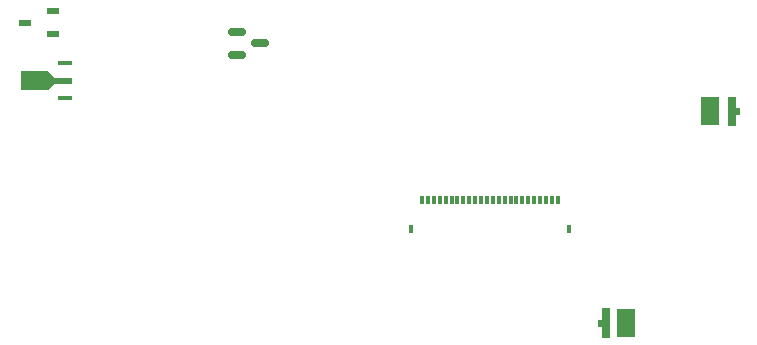
<source format=gtp>
G04 #@! TF.GenerationSoftware,KiCad,Pcbnew,9.0.5*
G04 #@! TF.CreationDate,2025-11-10T02:59:24-08:00*
G04 #@! TF.ProjectId,zotbins_2025_wrover_pcb,7a6f7462-696e-4735-9f32-3032355f7772,rev?*
G04 #@! TF.SameCoordinates,Original*
G04 #@! TF.FileFunction,Paste,Top*
G04 #@! TF.FilePolarity,Positive*
%FSLAX46Y46*%
G04 Gerber Fmt 4.6, Leading zero omitted, Abs format (unit mm)*
G04 Created by KiCad (PCBNEW 9.0.5) date 2025-11-10 02:59:24*
%MOMM*%
%LPD*%
G01*
G04 APERTURE LIST*
G04 Aperture macros list*
%AMRoundRect*
0 Rectangle with rounded corners*
0 $1 Rounding radius*
0 $2 $3 $4 $5 $6 $7 $8 $9 X,Y pos of 4 corners*
0 Add a 4 corners polygon primitive as box body*
4,1,4,$2,$3,$4,$5,$6,$7,$8,$9,$2,$3,0*
0 Add four circle primitives for the rounded corners*
1,1,$1+$1,$2,$3*
1,1,$1+$1,$4,$5*
1,1,$1+$1,$6,$7*
1,1,$1+$1,$8,$9*
0 Add four rect primitives between the rounded corners*
20,1,$1+$1,$2,$3,$4,$5,0*
20,1,$1+$1,$4,$5,$6,$7,0*
20,1,$1+$1,$6,$7,$8,$9,0*
20,1,$1+$1,$8,$9,$2,$3,0*%
G04 Aperture macros list end*
%ADD10C,0.010000*%
%ADD11C,0.000000*%
%ADD12R,0.300000X0.800000*%
%ADD13R,0.400000X0.800000*%
%ADD14R,1.600000X2.400000*%
%ADD15RoundRect,0.150000X-0.587500X-0.150000X0.587500X-0.150000X0.587500X0.150000X-0.587500X0.150000X0*%
%ADD16R,1.117600X0.482600*%
%ADD17R,1.193800X0.431800*%
%ADD18R,1.193800X0.482600*%
G04 APERTURE END LIST*
D10*
X193074399Y-127265407D02*
X193374399Y-127265407D01*
X193374399Y-127765407D01*
X193074399Y-127765407D01*
X193074399Y-128715407D01*
X192474399Y-128715407D01*
X192474399Y-126315407D01*
X193074399Y-126315407D01*
X193074399Y-127265407D01*
G36*
X193074399Y-127265407D02*
G01*
X193374399Y-127265407D01*
X193374399Y-127765407D01*
X193074399Y-127765407D01*
X193074399Y-128715407D01*
X192474399Y-128715407D01*
X192474399Y-126315407D01*
X193074399Y-126315407D01*
X193074399Y-127265407D01*
G37*
X182359894Y-146602722D02*
X181759894Y-146602722D01*
X181759894Y-145652722D01*
X181459894Y-145652722D01*
X181459894Y-145152722D01*
X181759894Y-145152722D01*
X181759894Y-144202722D01*
X182359894Y-144202722D01*
X182359894Y-146602722D01*
G36*
X182359894Y-146602722D02*
G01*
X181759894Y-146602722D01*
X181759894Y-145652722D01*
X181459894Y-145652722D01*
X181459894Y-145152722D01*
X181759894Y-145152722D01*
X181759894Y-144202722D01*
X182359894Y-144202722D01*
X182359894Y-146602722D01*
G37*
D11*
G36*
X135474700Y-124687200D02*
G01*
X135728700Y-124687200D01*
X135728700Y-125169800D01*
X135474700Y-125169800D01*
X134915900Y-125728600D01*
X132629900Y-125728600D01*
X132629900Y-124128400D01*
X134915900Y-124128400D01*
X135474700Y-124687200D01*
G37*
D12*
X166550000Y-135000000D03*
X167050000Y-135000000D03*
X167550000Y-135000000D03*
X168050000Y-135000000D03*
X168550000Y-135000000D03*
X169050000Y-135000000D03*
X169550000Y-135000000D03*
X170050000Y-135000000D03*
X170550000Y-135000000D03*
X171050000Y-135000000D03*
X171550000Y-135000000D03*
X172050000Y-135000000D03*
X172550000Y-135000000D03*
X173050000Y-135000000D03*
X173550000Y-135000000D03*
X174050000Y-135000000D03*
X174550000Y-135000000D03*
X175050000Y-135000000D03*
X175550000Y-135000000D03*
X176050000Y-135000000D03*
X176550000Y-135000000D03*
X177050000Y-135000000D03*
X177550000Y-135000000D03*
X178050000Y-135000000D03*
D13*
X165600000Y-137500000D03*
X179000000Y-137500000D03*
D14*
X190974399Y-127515407D03*
D15*
X150917338Y-120822231D03*
X150917338Y-122722231D03*
X152792338Y-121772231D03*
D14*
X183859894Y-145402722D03*
D16*
X135293800Y-120950001D03*
X135293800Y-119049999D03*
X132906200Y-120000000D03*
D17*
X136325600Y-126428500D03*
D18*
X136325600Y-124928500D03*
D17*
X136325600Y-123428500D03*
M02*

</source>
